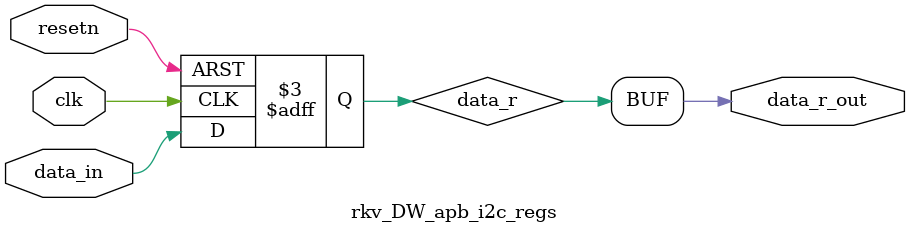
<source format=v>



module rkv_DW_apb_i2c_regs (
    clk,
    resetn,
    data_in,
    data_r_out
);

parameter DATA_WIDTH = 1;

input                   clk;
input                   resetn;
input  [DATA_WIDTH-1:0] data_in;
output [DATA_WIDTH-1:0] data_r_out;

  reg  [DATA_WIDTH-1:0]  data_r;


  always @(posedge clk or negedge resetn)
  begin : i2c_reg_PROC
    if (resetn == 1'b0) begin
      data_r <= {(DATA_WIDTH){1'b0}};
    end else begin
      data_r <= data_in;
    end
  end

  assign data_r_out = data_r; 

endmodule



</source>
